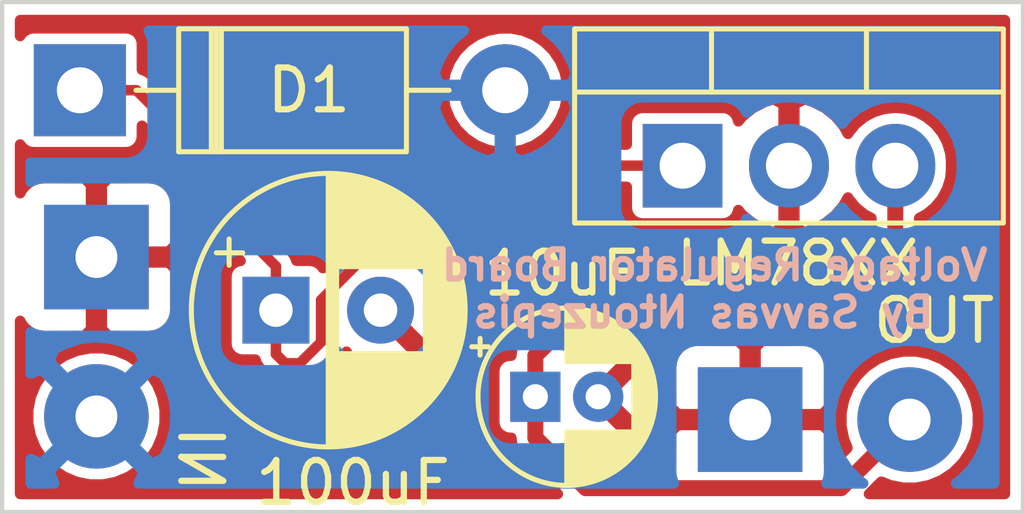
<source format=kicad_pcb>
(kicad_pcb (version 20171130) (host pcbnew "(5.1.5)-3")

  (general
    (thickness 1.6)
    (drawings 5)
    (tracks 23)
    (zones 0)
    (modules 6)
    (nets 5)
  )

  (page A4)
  (layers
    (0 F.Cu signal hide)
    (31 B.Cu signal hide)
    (32 B.Adhes user)
    (33 F.Adhes user)
    (34 B.Paste user)
    (35 F.Paste user)
    (36 B.SilkS user)
    (37 F.SilkS user)
    (38 B.Mask user)
    (39 F.Mask user)
    (40 Dwgs.User user)
    (41 Cmts.User user)
    (42 Eco1.User user)
    (43 Eco2.User user)
    (44 Edge.Cuts user)
    (45 Margin user)
    (46 B.CrtYd user)
    (47 F.CrtYd user)
    (48 B.Fab user)
    (49 F.Fab user hide)
  )

  (setup
    (last_trace_width 0.25)
    (user_trace_width 0.381)
    (trace_clearance 0.2)
    (zone_clearance 0.508)
    (zone_45_only no)
    (trace_min 0.2)
    (via_size 0.8)
    (via_drill 0.4)
    (via_min_size 0.4)
    (via_min_drill 0.3)
    (uvia_size 0.3)
    (uvia_drill 0.1)
    (uvias_allowed no)
    (uvia_min_size 0.2)
    (uvia_min_drill 0.1)
    (edge_width 0.1)
    (segment_width 0.2)
    (pcb_text_width 0.3)
    (pcb_text_size 1.5 1.5)
    (mod_edge_width 0.15)
    (mod_text_size 1 1)
    (mod_text_width 0.15)
    (pad_size 1.524 1.524)
    (pad_drill 0.762)
    (pad_to_mask_clearance 0)
    (aux_axis_origin 0 0)
    (grid_origin 126.9708 96.5456)
    (visible_elements FFFFFF7F)
    (pcbplotparams
      (layerselection 0x010fc_ffffffff)
      (usegerberextensions false)
      (usegerberattributes false)
      (usegerberadvancedattributes false)
      (creategerberjobfile false)
      (excludeedgelayer true)
      (linewidth 0.100000)
      (plotframeref false)
      (viasonmask false)
      (mode 1)
      (useauxorigin false)
      (hpglpennumber 1)
      (hpglpenspeed 20)
      (hpglpendiameter 15.000000)
      (psnegative false)
      (psa4output false)
      (plotreference true)
      (plotvalue true)
      (plotinvisibletext false)
      (padsonsilk false)
      (subtractmaskfromsilk false)
      (outputformat 1)
      (mirror false)
      (drillshape 1)
      (scaleselection 1)
      (outputdirectory ""))
  )

  (net 0 "")
  (net 1 "Net-(C1-Pad1)")
  (net 2 Earth)
  (net 3 +5V)
  (net 4 VCC)

  (net_class Default "This is the default net class."
    (clearance 0.2)
    (trace_width 0.25)
    (via_dia 0.8)
    (via_drill 0.4)
    (uvia_dia 0.3)
    (uvia_drill 0.1)
    (add_net +5V)
    (add_net Earth)
    (add_net "Net-(C1-Pad1)")
    (add_net VCC)
  )

  (module Capacitor_THT:CP_Radial_D6.3mm_P2.50mm (layer F.Cu) (tedit 5E53E19D) (tstamp 5E5435C9)
    (at 133.0033 103.4036)
    (descr "CP, Radial series, Radial, pin pitch=2.50mm, , diameter=6.3mm, Electrolytic Capacitor")
    (tags "CP Radial series Radial pin pitch 2.50mm  diameter 6.3mm Electrolytic Capacitor")
    (path /5E0822F5)
    (fp_text reference 100uF (at 1.8415 4.1275) (layer F.SilkS)
      (effects (font (size 1 1) (thickness 0.15)))
    )
    (fp_text value 100μF (at 1.25 4.4) (layer F.Fab)
      (effects (font (size 1 1) (thickness 0.15)))
    )
    (fp_circle (center 1.25 0) (end 4.4 0) (layer F.Fab) (width 0.1))
    (fp_circle (center 1.25 0) (end 4.52 0) (layer F.SilkS) (width 0.12))
    (fp_circle (center 1.25 0) (end 4.65 0) (layer F.CrtYd) (width 0.05))
    (fp_line (start -1.443972 -1.3735) (end -0.813972 -1.3735) (layer F.Fab) (width 0.1))
    (fp_line (start -1.128972 -1.6885) (end -1.128972 -1.0585) (layer F.Fab) (width 0.1))
    (fp_line (start 1.25 -3.23) (end 1.25 3.23) (layer F.SilkS) (width 0.12))
    (fp_line (start 1.29 -3.23) (end 1.29 3.23) (layer F.SilkS) (width 0.12))
    (fp_line (start 1.33 -3.23) (end 1.33 3.23) (layer F.SilkS) (width 0.12))
    (fp_line (start 1.37 -3.228) (end 1.37 3.228) (layer F.SilkS) (width 0.12))
    (fp_line (start 1.41 -3.227) (end 1.41 3.227) (layer F.SilkS) (width 0.12))
    (fp_line (start 1.45 -3.224) (end 1.45 3.224) (layer F.SilkS) (width 0.12))
    (fp_line (start 1.49 -3.222) (end 1.49 -1.04) (layer F.SilkS) (width 0.12))
    (fp_line (start 1.49 1.04) (end 1.49 3.222) (layer F.SilkS) (width 0.12))
    (fp_line (start 1.53 -3.218) (end 1.53 -1.04) (layer F.SilkS) (width 0.12))
    (fp_line (start 1.53 1.04) (end 1.53 3.218) (layer F.SilkS) (width 0.12))
    (fp_line (start 1.57 -3.215) (end 1.57 -1.04) (layer F.SilkS) (width 0.12))
    (fp_line (start 1.57 1.04) (end 1.57 3.215) (layer F.SilkS) (width 0.12))
    (fp_line (start 1.61 -3.211) (end 1.61 -1.04) (layer F.SilkS) (width 0.12))
    (fp_line (start 1.61 1.04) (end 1.61 3.211) (layer F.SilkS) (width 0.12))
    (fp_line (start 1.65 -3.206) (end 1.65 -1.04) (layer F.SilkS) (width 0.12))
    (fp_line (start 1.65 1.04) (end 1.65 3.206) (layer F.SilkS) (width 0.12))
    (fp_line (start 1.69 -3.201) (end 1.69 -1.04) (layer F.SilkS) (width 0.12))
    (fp_line (start 1.69 1.04) (end 1.69 3.201) (layer F.SilkS) (width 0.12))
    (fp_line (start 1.73 -3.195) (end 1.73 -1.04) (layer F.SilkS) (width 0.12))
    (fp_line (start 1.73 1.04) (end 1.73 3.195) (layer F.SilkS) (width 0.12))
    (fp_line (start 1.77 -3.189) (end 1.77 -1.04) (layer F.SilkS) (width 0.12))
    (fp_line (start 1.77 1.04) (end 1.77 3.189) (layer F.SilkS) (width 0.12))
    (fp_line (start 1.81 -3.182) (end 1.81 -1.04) (layer F.SilkS) (width 0.12))
    (fp_line (start 1.81 1.04) (end 1.81 3.182) (layer F.SilkS) (width 0.12))
    (fp_line (start 1.85 -3.175) (end 1.85 -1.04) (layer F.SilkS) (width 0.12))
    (fp_line (start 1.85 1.04) (end 1.85 3.175) (layer F.SilkS) (width 0.12))
    (fp_line (start 1.89 -3.167) (end 1.89 -1.04) (layer F.SilkS) (width 0.12))
    (fp_line (start 1.89 1.04) (end 1.89 3.167) (layer F.SilkS) (width 0.12))
    (fp_line (start 1.93 -3.159) (end 1.93 -1.04) (layer F.SilkS) (width 0.12))
    (fp_line (start 1.93 1.04) (end 1.93 3.159) (layer F.SilkS) (width 0.12))
    (fp_line (start 1.971 -3.15) (end 1.971 -1.04) (layer F.SilkS) (width 0.12))
    (fp_line (start 1.971 1.04) (end 1.971 3.15) (layer F.SilkS) (width 0.12))
    (fp_line (start 2.011 -3.141) (end 2.011 -1.04) (layer F.SilkS) (width 0.12))
    (fp_line (start 2.011 1.04) (end 2.011 3.141) (layer F.SilkS) (width 0.12))
    (fp_line (start 2.051 -3.131) (end 2.051 -1.04) (layer F.SilkS) (width 0.12))
    (fp_line (start 2.051 1.04) (end 2.051 3.131) (layer F.SilkS) (width 0.12))
    (fp_line (start 2.091 -3.121) (end 2.091 -1.04) (layer F.SilkS) (width 0.12))
    (fp_line (start 2.091 1.04) (end 2.091 3.121) (layer F.SilkS) (width 0.12))
    (fp_line (start 2.131 -3.11) (end 2.131 -1.04) (layer F.SilkS) (width 0.12))
    (fp_line (start 2.131 1.04) (end 2.131 3.11) (layer F.SilkS) (width 0.12))
    (fp_line (start 2.171 -3.098) (end 2.171 -1.04) (layer F.SilkS) (width 0.12))
    (fp_line (start 2.171 1.04) (end 2.171 3.098) (layer F.SilkS) (width 0.12))
    (fp_line (start 2.211 -3.086) (end 2.211 -1.04) (layer F.SilkS) (width 0.12))
    (fp_line (start 2.211 1.04) (end 2.211 3.086) (layer F.SilkS) (width 0.12))
    (fp_line (start 2.251 -3.074) (end 2.251 -1.04) (layer F.SilkS) (width 0.12))
    (fp_line (start 2.251 1.04) (end 2.251 3.074) (layer F.SilkS) (width 0.12))
    (fp_line (start 2.291 -3.061) (end 2.291 -1.04) (layer F.SilkS) (width 0.12))
    (fp_line (start 2.291 1.04) (end 2.291 3.061) (layer F.SilkS) (width 0.12))
    (fp_line (start 2.331 -3.047) (end 2.331 -1.04) (layer F.SilkS) (width 0.12))
    (fp_line (start 2.331 1.04) (end 2.331 3.047) (layer F.SilkS) (width 0.12))
    (fp_line (start 2.371 -3.033) (end 2.371 -1.04) (layer F.SilkS) (width 0.12))
    (fp_line (start 2.371 1.04) (end 2.371 3.033) (layer F.SilkS) (width 0.12))
    (fp_line (start 2.411 -3.018) (end 2.411 -1.04) (layer F.SilkS) (width 0.12))
    (fp_line (start 2.411 1.04) (end 2.411 3.018) (layer F.SilkS) (width 0.12))
    (fp_line (start 2.451 -3.002) (end 2.451 -1.04) (layer F.SilkS) (width 0.12))
    (fp_line (start 2.451 1.04) (end 2.451 3.002) (layer F.SilkS) (width 0.12))
    (fp_line (start 2.491 -2.986) (end 2.491 -1.04) (layer F.SilkS) (width 0.12))
    (fp_line (start 2.491 1.04) (end 2.491 2.986) (layer F.SilkS) (width 0.12))
    (fp_line (start 2.531 -2.97) (end 2.531 -1.04) (layer F.SilkS) (width 0.12))
    (fp_line (start 2.531 1.04) (end 2.531 2.97) (layer F.SilkS) (width 0.12))
    (fp_line (start 2.571 -2.952) (end 2.571 -1.04) (layer F.SilkS) (width 0.12))
    (fp_line (start 2.571 1.04) (end 2.571 2.952) (layer F.SilkS) (width 0.12))
    (fp_line (start 2.611 -2.934) (end 2.611 -1.04) (layer F.SilkS) (width 0.12))
    (fp_line (start 2.611 1.04) (end 2.611 2.934) (layer F.SilkS) (width 0.12))
    (fp_line (start 2.651 -2.916) (end 2.651 -1.04) (layer F.SilkS) (width 0.12))
    (fp_line (start 2.651 1.04) (end 2.651 2.916) (layer F.SilkS) (width 0.12))
    (fp_line (start 2.691 -2.896) (end 2.691 -1.04) (layer F.SilkS) (width 0.12))
    (fp_line (start 2.691 1.04) (end 2.691 2.896) (layer F.SilkS) (width 0.12))
    (fp_line (start 2.731 -2.876) (end 2.731 -1.04) (layer F.SilkS) (width 0.12))
    (fp_line (start 2.731 1.04) (end 2.731 2.876) (layer F.SilkS) (width 0.12))
    (fp_line (start 2.771 -2.856) (end 2.771 -1.04) (layer F.SilkS) (width 0.12))
    (fp_line (start 2.771 1.04) (end 2.771 2.856) (layer F.SilkS) (width 0.12))
    (fp_line (start 2.811 -2.834) (end 2.811 -1.04) (layer F.SilkS) (width 0.12))
    (fp_line (start 2.811 1.04) (end 2.811 2.834) (layer F.SilkS) (width 0.12))
    (fp_line (start 2.851 -2.812) (end 2.851 -1.04) (layer F.SilkS) (width 0.12))
    (fp_line (start 2.851 1.04) (end 2.851 2.812) (layer F.SilkS) (width 0.12))
    (fp_line (start 2.891 -2.79) (end 2.891 -1.04) (layer F.SilkS) (width 0.12))
    (fp_line (start 2.891 1.04) (end 2.891 2.79) (layer F.SilkS) (width 0.12))
    (fp_line (start 2.931 -2.766) (end 2.931 -1.04) (layer F.SilkS) (width 0.12))
    (fp_line (start 2.931 1.04) (end 2.931 2.766) (layer F.SilkS) (width 0.12))
    (fp_line (start 2.971 -2.742) (end 2.971 -1.04) (layer F.SilkS) (width 0.12))
    (fp_line (start 2.971 1.04) (end 2.971 2.742) (layer F.SilkS) (width 0.12))
    (fp_line (start 3.011 -2.716) (end 3.011 -1.04) (layer F.SilkS) (width 0.12))
    (fp_line (start 3.011 1.04) (end 3.011 2.716) (layer F.SilkS) (width 0.12))
    (fp_line (start 3.051 -2.69) (end 3.051 -1.04) (layer F.SilkS) (width 0.12))
    (fp_line (start 3.051 1.04) (end 3.051 2.69) (layer F.SilkS) (width 0.12))
    (fp_line (start 3.091 -2.664) (end 3.091 -1.04) (layer F.SilkS) (width 0.12))
    (fp_line (start 3.091 1.04) (end 3.091 2.664) (layer F.SilkS) (width 0.12))
    (fp_line (start 3.131 -2.636) (end 3.131 -1.04) (layer F.SilkS) (width 0.12))
    (fp_line (start 3.131 1.04) (end 3.131 2.636) (layer F.SilkS) (width 0.12))
    (fp_line (start 3.171 -2.607) (end 3.171 -1.04) (layer F.SilkS) (width 0.12))
    (fp_line (start 3.171 1.04) (end 3.171 2.607) (layer F.SilkS) (width 0.12))
    (fp_line (start 3.211 -2.578) (end 3.211 -1.04) (layer F.SilkS) (width 0.12))
    (fp_line (start 3.211 1.04) (end 3.211 2.578) (layer F.SilkS) (width 0.12))
    (fp_line (start 3.251 -2.548) (end 3.251 -1.04) (layer F.SilkS) (width 0.12))
    (fp_line (start 3.251 1.04) (end 3.251 2.548) (layer F.SilkS) (width 0.12))
    (fp_line (start 3.291 -2.516) (end 3.291 -1.04) (layer F.SilkS) (width 0.12))
    (fp_line (start 3.291 1.04) (end 3.291 2.516) (layer F.SilkS) (width 0.12))
    (fp_line (start 3.331 -2.484) (end 3.331 -1.04) (layer F.SilkS) (width 0.12))
    (fp_line (start 3.331 1.04) (end 3.331 2.484) (layer F.SilkS) (width 0.12))
    (fp_line (start 3.371 -2.45) (end 3.371 -1.04) (layer F.SilkS) (width 0.12))
    (fp_line (start 3.371 1.04) (end 3.371 2.45) (layer F.SilkS) (width 0.12))
    (fp_line (start 3.411 -2.416) (end 3.411 -1.04) (layer F.SilkS) (width 0.12))
    (fp_line (start 3.411 1.04) (end 3.411 2.416) (layer F.SilkS) (width 0.12))
    (fp_line (start 3.451 -2.38) (end 3.451 -1.04) (layer F.SilkS) (width 0.12))
    (fp_line (start 3.451 1.04) (end 3.451 2.38) (layer F.SilkS) (width 0.12))
    (fp_line (start 3.491 -2.343) (end 3.491 -1.04) (layer F.SilkS) (width 0.12))
    (fp_line (start 3.491 1.04) (end 3.491 2.343) (layer F.SilkS) (width 0.12))
    (fp_line (start 3.531 -2.305) (end 3.531 -1.04) (layer F.SilkS) (width 0.12))
    (fp_line (start 3.531 1.04) (end 3.531 2.305) (layer F.SilkS) (width 0.12))
    (fp_line (start 3.571 -2.265) (end 3.571 2.265) (layer F.SilkS) (width 0.12))
    (fp_line (start 3.611 -2.224) (end 3.611 2.224) (layer F.SilkS) (width 0.12))
    (fp_line (start 3.651 -2.182) (end 3.651 2.182) (layer F.SilkS) (width 0.12))
    (fp_line (start 3.691 -2.137) (end 3.691 2.137) (layer F.SilkS) (width 0.12))
    (fp_line (start 3.731 -2.092) (end 3.731 2.092) (layer F.SilkS) (width 0.12))
    (fp_line (start 3.771 -2.044) (end 3.771 2.044) (layer F.SilkS) (width 0.12))
    (fp_line (start 3.811 -1.995) (end 3.811 1.995) (layer F.SilkS) (width 0.12))
    (fp_line (start 3.851 -1.944) (end 3.851 1.944) (layer F.SilkS) (width 0.12))
    (fp_line (start 3.891 -1.89) (end 3.891 1.89) (layer F.SilkS) (width 0.12))
    (fp_line (start 3.931 -1.834) (end 3.931 1.834) (layer F.SilkS) (width 0.12))
    (fp_line (start 3.971 -1.776) (end 3.971 1.776) (layer F.SilkS) (width 0.12))
    (fp_line (start 4.011 -1.714) (end 4.011 1.714) (layer F.SilkS) (width 0.12))
    (fp_line (start 4.051 -1.65) (end 4.051 1.65) (layer F.SilkS) (width 0.12))
    (fp_line (start 4.091 -1.581) (end 4.091 1.581) (layer F.SilkS) (width 0.12))
    (fp_line (start 4.131 -1.509) (end 4.131 1.509) (layer F.SilkS) (width 0.12))
    (fp_line (start 4.171 -1.432) (end 4.171 1.432) (layer F.SilkS) (width 0.12))
    (fp_line (start 4.211 -1.35) (end 4.211 1.35) (layer F.SilkS) (width 0.12))
    (fp_line (start 4.251 -1.262) (end 4.251 1.262) (layer F.SilkS) (width 0.12))
    (fp_line (start 4.291 -1.165) (end 4.291 1.165) (layer F.SilkS) (width 0.12))
    (fp_line (start 4.331 -1.059) (end 4.331 1.059) (layer F.SilkS) (width 0.12))
    (fp_line (start 4.371 -0.94) (end 4.371 0.94) (layer F.SilkS) (width 0.12))
    (fp_line (start 4.411 -0.802) (end 4.411 0.802) (layer F.SilkS) (width 0.12))
    (fp_line (start 4.451 -0.633) (end 4.451 0.633) (layer F.SilkS) (width 0.12))
    (fp_line (start 4.491 -0.402) (end 4.491 0.402) (layer F.SilkS) (width 0.12))
    (fp_line (start -1.4224 -1.3716) (end -0.7924 -1.3716) (layer F.SilkS) (width 0.12))
    (fp_line (start -1.1176 -1.7018) (end -1.1176 -1.0718) (layer F.SilkS) (width 0.12))
    (fp_text user %R (at 1.25 0) (layer F.Fab)
      (effects (font (size 1 1) (thickness 0.15)))
    )
    (pad 1 thru_hole rect (at 0 0) (size 1.6 1.6) (drill 0.8) (layers *.Cu *.Mask)
      (net 1 "Net-(C1-Pad1)"))
    (pad 2 thru_hole circle (at 2.5 0) (size 1.6 1.6) (drill 0.8) (layers *.Cu *.Mask)
      (net 2 Earth))
    (model ${KISYS3DMOD}/Capacitor_THT.3dshapes/CP_Radial_D6.3mm_P2.50mm.wrl
      (at (xyz 0 0 0))
      (scale (xyz 1 1 1))
      (rotate (xyz 0 0 0))
    )
  )

  (module Connector_Wire:SolderWirePad_1x02_P3.81mm_Drill1mm (layer F.Cu) (tedit 5AEE5F04) (tstamp 5E545399)
    (at 144.3317 106.0198)
    (descr "Wire solder connection")
    (tags connector)
    (path /5E54DB7C)
    (attr virtual)
    (fp_text reference OUT (at 4.3942 -2.3622) (layer F.SilkS)
      (effects (font (size 1 1) (thickness 0.15)))
    )
    (fp_text value Output (at 1.905 3.81) (layer F.Fab)
      (effects (font (size 1 1) (thickness 0.15)))
    )
    (fp_line (start 5.56 1.75) (end -1.74 1.75) (layer F.CrtYd) (width 0.05))
    (fp_line (start 5.56 1.75) (end 5.56 -1.75) (layer F.CrtYd) (width 0.05))
    (fp_line (start -1.74 -1.75) (end -1.74 1.75) (layer F.CrtYd) (width 0.05))
    (fp_line (start -1.74 -1.75) (end 5.56 -1.75) (layer F.CrtYd) (width 0.05))
    (fp_text user %R (at 1.905 0) (layer F.Fab)
      (effects (font (size 1 1) (thickness 0.15)))
    )
    (pad 2 thru_hole circle (at 3.81 0) (size 2.49936 2.49936) (drill 1.00076) (layers *.Cu *.Mask)
      (net 3 +5V))
    (pad 1 thru_hole rect (at 0 0) (size 2.49936 2.49936) (drill 1.00076) (layers *.Cu *.Mask)
      (net 2 Earth))
  )

  (module Connector_Wire:SolderWirePad_1x02_P3.81mm_Drill1mm (layer F.Cu) (tedit 5AEE5F04) (tstamp 5E54538E)
    (at 128.71578 102.1336 270)
    (descr "Wire solder connection")
    (tags connector)
    (path /5E54CCC9)
    (attr virtual)
    (fp_text reference IN (at 4.826 -2.57302 90) (layer F.SilkS)
      (effects (font (size 1 1) (thickness 0.15)) (justify mirror))
    )
    (fp_text value Input (at 1.905 3.81 90) (layer F.Fab)
      (effects (font (size 1 1) (thickness 0.15)))
    )
    (fp_line (start 5.56 1.75) (end -1.74 1.75) (layer F.CrtYd) (width 0.05))
    (fp_line (start 5.56 1.75) (end 5.56 -1.75) (layer F.CrtYd) (width 0.05))
    (fp_line (start -1.74 -1.75) (end -1.74 1.75) (layer F.CrtYd) (width 0.05))
    (fp_line (start -1.74 -1.75) (end 5.56 -1.75) (layer F.CrtYd) (width 0.05))
    (fp_text user %R (at 1.905 0 90) (layer F.Fab)
      (effects (font (size 1 1) (thickness 0.15)))
    )
    (pad 2 thru_hole circle (at 3.81 0 270) (size 2.49936 2.49936) (drill 1.00076) (layers *.Cu *.Mask)
      (net 4 VCC))
    (pad 1 thru_hole rect (at 0 0 270) (size 2.49936 2.49936) (drill 1.00076) (layers *.Cu *.Mask)
      (net 2 Earth))
  )

  (module Diode_THT:D_DO-41_SOD81_P10.16mm_Horizontal (layer F.Cu) (tedit 5AE50CD5) (tstamp 5E54366B)
    (at 128.3208 98.1456)
    (descr "Diode, DO-41_SOD81 series, Axial, Horizontal, pin pitch=10.16mm, , length*diameter=5.2*2.7mm^2, , http://www.diodes.com/_files/packages/DO-41%20(Plastic).pdf")
    (tags "Diode DO-41_SOD81 series Axial Horizontal pin pitch 10.16mm  length 5.2mm diameter 2.7mm")
    (path /5E0803BC)
    (fp_text reference D1 (at 5.4699 0.0002) (layer F.SilkS)
      (effects (font (size 1 1) (thickness 0.15)))
    )
    (fp_text value 1N4002 (at 5.08 2.47) (layer F.Fab)
      (effects (font (size 1 1) (thickness 0.15)))
    )
    (fp_line (start 2.48 -1.35) (end 2.48 1.35) (layer F.Fab) (width 0.1))
    (fp_line (start 2.48 1.35) (end 7.68 1.35) (layer F.Fab) (width 0.1))
    (fp_line (start 7.68 1.35) (end 7.68 -1.35) (layer F.Fab) (width 0.1))
    (fp_line (start 7.68 -1.35) (end 2.48 -1.35) (layer F.Fab) (width 0.1))
    (fp_line (start 0 0) (end 2.48 0) (layer F.Fab) (width 0.1))
    (fp_line (start 10.16 0) (end 7.68 0) (layer F.Fab) (width 0.1))
    (fp_line (start 3.26 -1.35) (end 3.26 1.35) (layer F.Fab) (width 0.1))
    (fp_line (start 3.36 -1.35) (end 3.36 1.35) (layer F.Fab) (width 0.1))
    (fp_line (start 3.16 -1.35) (end 3.16 1.35) (layer F.Fab) (width 0.1))
    (fp_line (start 2.36 -1.47) (end 2.36 1.47) (layer F.SilkS) (width 0.12))
    (fp_line (start 2.36 1.47) (end 7.8 1.47) (layer F.SilkS) (width 0.12))
    (fp_line (start 7.8 1.47) (end 7.8 -1.47) (layer F.SilkS) (width 0.12))
    (fp_line (start 7.8 -1.47) (end 2.36 -1.47) (layer F.SilkS) (width 0.12))
    (fp_line (start 1.34 0) (end 2.36 0) (layer F.SilkS) (width 0.12))
    (fp_line (start 8.82 0) (end 7.8 0) (layer F.SilkS) (width 0.12))
    (fp_line (start 3.26 -1.47) (end 3.26 1.47) (layer F.SilkS) (width 0.12))
    (fp_line (start 3.38 -1.47) (end 3.38 1.47) (layer F.SilkS) (width 0.12))
    (fp_line (start 3.14 -1.47) (end 3.14 1.47) (layer F.SilkS) (width 0.12))
    (fp_line (start -1.35 -1.6) (end -1.35 1.6) (layer F.CrtYd) (width 0.05))
    (fp_line (start -1.35 1.6) (end 11.51 1.6) (layer F.CrtYd) (width 0.05))
    (fp_line (start 11.51 1.6) (end 11.51 -1.6) (layer F.CrtYd) (width 0.05))
    (fp_line (start 11.51 -1.6) (end -1.35 -1.6) (layer F.CrtYd) (width 0.05))
    (fp_text user %R (at 5.47 0) (layer F.Fab)
      (effects (font (size 1 1) (thickness 0.15)))
    )
    (fp_text user K (at 0 -2.1) (layer F.Fab)
      (effects (font (size 1 1) (thickness 0.15)))
    )
    (fp_text user K (at 0 -2.1) (layer F.SilkS) hide
      (effects (font (size 1 1) (thickness 0.15)))
    )
    (pad 1 thru_hole rect (at 0 0) (size 2.2 2.2) (drill 1.1) (layers *.Cu *.Mask)
      (net 1 "Net-(C1-Pad1)"))
    (pad 2 thru_hole oval (at 10.16 0) (size 2.2 2.2) (drill 1.1) (layers *.Cu *.Mask)
      (net 4 VCC))
    (model ${KISYS3DMOD}/Diode_THT.3dshapes/D_DO-41_SOD81_P10.16mm_Horizontal.wrl
      (at (xyz 0 0 0))
      (scale (xyz 1 1 1))
      (rotate (xyz 0 0 0))
    )
  )

  (module Package_TO_SOT_THT:TO-220-3_Vertical (layer F.Cu) (tedit 5AC8BA0D) (tstamp 5E5436DD)
    (at 142.7188 99.9492)
    (descr "TO-220-3, Vertical, RM 2.54mm, see https://www.vishay.com/docs/66542/to-220-1.pdf")
    (tags "TO-220-3 Vertical RM 2.54mm")
    (path /5E080102)
    (fp_text reference LM78XX (at 2.7432 2.3368) (layer F.SilkS)
      (effects (font (size 1 1) (thickness 0.15)))
    )
    (fp_text value LM7805_TO220 (at 2.54 2.5) (layer F.Fab)
      (effects (font (size 1 1) (thickness 0.15)))
    )
    (fp_line (start -2.46 -3.15) (end -2.46 1.25) (layer F.Fab) (width 0.1))
    (fp_line (start -2.46 1.25) (end 7.54 1.25) (layer F.Fab) (width 0.1))
    (fp_line (start 7.54 1.25) (end 7.54 -3.15) (layer F.Fab) (width 0.1))
    (fp_line (start 7.54 -3.15) (end -2.46 -3.15) (layer F.Fab) (width 0.1))
    (fp_line (start -2.46 -1.88) (end 7.54 -1.88) (layer F.Fab) (width 0.1))
    (fp_line (start 0.69 -3.15) (end 0.69 -1.88) (layer F.Fab) (width 0.1))
    (fp_line (start 4.39 -3.15) (end 4.39 -1.88) (layer F.Fab) (width 0.1))
    (fp_line (start -2.58 -3.27) (end 7.66 -3.27) (layer F.SilkS) (width 0.12))
    (fp_line (start -2.58 1.371) (end 7.66 1.371) (layer F.SilkS) (width 0.12))
    (fp_line (start -2.58 -3.27) (end -2.58 1.371) (layer F.SilkS) (width 0.12))
    (fp_line (start 7.66 -3.27) (end 7.66 1.371) (layer F.SilkS) (width 0.12))
    (fp_line (start -2.58 -1.76) (end 7.66 -1.76) (layer F.SilkS) (width 0.12))
    (fp_line (start 0.69 -3.27) (end 0.69 -1.76) (layer F.SilkS) (width 0.12))
    (fp_line (start 4.391 -3.27) (end 4.391 -1.76) (layer F.SilkS) (width 0.12))
    (fp_line (start -2.71 -3.4) (end -2.71 1.51) (layer F.CrtYd) (width 0.05))
    (fp_line (start -2.71 1.51) (end 7.79 1.51) (layer F.CrtYd) (width 0.05))
    (fp_line (start 7.79 1.51) (end 7.79 -3.4) (layer F.CrtYd) (width 0.05))
    (fp_line (start 7.79 -3.4) (end -2.71 -3.4) (layer F.CrtYd) (width 0.05))
    (fp_text user %R (at 2.54 -4.27) (layer F.Fab)
      (effects (font (size 1 1) (thickness 0.15)))
    )
    (pad 1 thru_hole rect (at 0 0) (size 1.905 2) (drill 1.1) (layers *.Cu *.Mask)
      (net 1 "Net-(C1-Pad1)"))
    (pad 2 thru_hole oval (at 2.54 0) (size 1.905 2) (drill 1.1) (layers *.Cu *.Mask)
      (net 2 Earth))
    (pad 3 thru_hole oval (at 5.08 0) (size 1.905 2) (drill 1.1) (layers *.Cu *.Mask)
      (net 3 +5V))
    (model ${KISYS3DMOD}/Package_TO_SOT_THT.3dshapes/TO-220-3_Vertical.wrl
      (at (xyz 0 0 0))
      (scale (xyz 1 1 1))
      (rotate (xyz 0 0 0))
    )
  )

  (module Capacitor_THT:CP_Radial_D4.0mm_P1.50mm (layer F.Cu) (tedit 5AE50EF0) (tstamp 5E5496C3)
    (at 139.2009 105.4737)
    (descr "CP, Radial series, Radial, pin pitch=1.50mm, , diameter=4mm, Electrolytic Capacitor")
    (tags "CP Radial series Radial pin pitch 1.50mm  diameter 4mm Electrolytic Capacitor")
    (path /5E0828F7)
    (fp_text reference 10uF (at 0.6223 -2.9464) (layer F.SilkS)
      (effects (font (size 1 1) (thickness 0.15)))
    )
    (fp_text value 10μF (at 0.75 3.25) (layer F.Fab)
      (effects (font (size 1 1) (thickness 0.15)))
    )
    (fp_circle (center 0.75 0) (end 2.75 0) (layer F.Fab) (width 0.1))
    (fp_circle (center 0.75 0) (end 2.87 0) (layer F.SilkS) (width 0.12))
    (fp_circle (center 0.75 0) (end 3 0) (layer F.CrtYd) (width 0.05))
    (fp_line (start -0.952554 -0.8675) (end -0.552554 -0.8675) (layer F.Fab) (width 0.1))
    (fp_line (start -0.752554 -1.0675) (end -0.752554 -0.6675) (layer F.Fab) (width 0.1))
    (fp_line (start 0.75 0.84) (end 0.75 2.08) (layer F.SilkS) (width 0.12))
    (fp_line (start 0.75 -2.08) (end 0.75 -0.84) (layer F.SilkS) (width 0.12))
    (fp_line (start 0.79 0.84) (end 0.79 2.08) (layer F.SilkS) (width 0.12))
    (fp_line (start 0.79 -2.08) (end 0.79 -0.84) (layer F.SilkS) (width 0.12))
    (fp_line (start 0.83 0.84) (end 0.83 2.079) (layer F.SilkS) (width 0.12))
    (fp_line (start 0.83 -2.079) (end 0.83 -0.84) (layer F.SilkS) (width 0.12))
    (fp_line (start 0.87 -2.077) (end 0.87 -0.84) (layer F.SilkS) (width 0.12))
    (fp_line (start 0.87 0.84) (end 0.87 2.077) (layer F.SilkS) (width 0.12))
    (fp_line (start 0.91 -2.074) (end 0.91 -0.84) (layer F.SilkS) (width 0.12))
    (fp_line (start 0.91 0.84) (end 0.91 2.074) (layer F.SilkS) (width 0.12))
    (fp_line (start 0.95 -2.071) (end 0.95 -0.84) (layer F.SilkS) (width 0.12))
    (fp_line (start 0.95 0.84) (end 0.95 2.071) (layer F.SilkS) (width 0.12))
    (fp_line (start 0.99 -2.067) (end 0.99 -0.84) (layer F.SilkS) (width 0.12))
    (fp_line (start 0.99 0.84) (end 0.99 2.067) (layer F.SilkS) (width 0.12))
    (fp_line (start 1.03 -2.062) (end 1.03 -0.84) (layer F.SilkS) (width 0.12))
    (fp_line (start 1.03 0.84) (end 1.03 2.062) (layer F.SilkS) (width 0.12))
    (fp_line (start 1.07 -2.056) (end 1.07 -0.84) (layer F.SilkS) (width 0.12))
    (fp_line (start 1.07 0.84) (end 1.07 2.056) (layer F.SilkS) (width 0.12))
    (fp_line (start 1.11 -2.05) (end 1.11 -0.84) (layer F.SilkS) (width 0.12))
    (fp_line (start 1.11 0.84) (end 1.11 2.05) (layer F.SilkS) (width 0.12))
    (fp_line (start 1.15 -2.042) (end 1.15 -0.84) (layer F.SilkS) (width 0.12))
    (fp_line (start 1.15 0.84) (end 1.15 2.042) (layer F.SilkS) (width 0.12))
    (fp_line (start 1.19 -2.034) (end 1.19 -0.84) (layer F.SilkS) (width 0.12))
    (fp_line (start 1.19 0.84) (end 1.19 2.034) (layer F.SilkS) (width 0.12))
    (fp_line (start 1.23 -2.025) (end 1.23 -0.84) (layer F.SilkS) (width 0.12))
    (fp_line (start 1.23 0.84) (end 1.23 2.025) (layer F.SilkS) (width 0.12))
    (fp_line (start 1.27 -2.016) (end 1.27 -0.84) (layer F.SilkS) (width 0.12))
    (fp_line (start 1.27 0.84) (end 1.27 2.016) (layer F.SilkS) (width 0.12))
    (fp_line (start 1.31 -2.005) (end 1.31 -0.84) (layer F.SilkS) (width 0.12))
    (fp_line (start 1.31 0.84) (end 1.31 2.005) (layer F.SilkS) (width 0.12))
    (fp_line (start 1.35 -1.994) (end 1.35 -0.84) (layer F.SilkS) (width 0.12))
    (fp_line (start 1.35 0.84) (end 1.35 1.994) (layer F.SilkS) (width 0.12))
    (fp_line (start 1.39 -1.982) (end 1.39 -0.84) (layer F.SilkS) (width 0.12))
    (fp_line (start 1.39 0.84) (end 1.39 1.982) (layer F.SilkS) (width 0.12))
    (fp_line (start 1.43 -1.968) (end 1.43 -0.84) (layer F.SilkS) (width 0.12))
    (fp_line (start 1.43 0.84) (end 1.43 1.968) (layer F.SilkS) (width 0.12))
    (fp_line (start 1.471 -1.954) (end 1.471 -0.84) (layer F.SilkS) (width 0.12))
    (fp_line (start 1.471 0.84) (end 1.471 1.954) (layer F.SilkS) (width 0.12))
    (fp_line (start 1.511 -1.94) (end 1.511 -0.84) (layer F.SilkS) (width 0.12))
    (fp_line (start 1.511 0.84) (end 1.511 1.94) (layer F.SilkS) (width 0.12))
    (fp_line (start 1.551 -1.924) (end 1.551 -0.84) (layer F.SilkS) (width 0.12))
    (fp_line (start 1.551 0.84) (end 1.551 1.924) (layer F.SilkS) (width 0.12))
    (fp_line (start 1.591 -1.907) (end 1.591 -0.84) (layer F.SilkS) (width 0.12))
    (fp_line (start 1.591 0.84) (end 1.591 1.907) (layer F.SilkS) (width 0.12))
    (fp_line (start 1.631 -1.889) (end 1.631 -0.84) (layer F.SilkS) (width 0.12))
    (fp_line (start 1.631 0.84) (end 1.631 1.889) (layer F.SilkS) (width 0.12))
    (fp_line (start 1.671 -1.87) (end 1.671 -0.84) (layer F.SilkS) (width 0.12))
    (fp_line (start 1.671 0.84) (end 1.671 1.87) (layer F.SilkS) (width 0.12))
    (fp_line (start 1.711 -1.851) (end 1.711 -0.84) (layer F.SilkS) (width 0.12))
    (fp_line (start 1.711 0.84) (end 1.711 1.851) (layer F.SilkS) (width 0.12))
    (fp_line (start 1.751 -1.83) (end 1.751 -0.84) (layer F.SilkS) (width 0.12))
    (fp_line (start 1.751 0.84) (end 1.751 1.83) (layer F.SilkS) (width 0.12))
    (fp_line (start 1.791 -1.808) (end 1.791 -0.84) (layer F.SilkS) (width 0.12))
    (fp_line (start 1.791 0.84) (end 1.791 1.808) (layer F.SilkS) (width 0.12))
    (fp_line (start 1.831 -1.785) (end 1.831 -0.84) (layer F.SilkS) (width 0.12))
    (fp_line (start 1.831 0.84) (end 1.831 1.785) (layer F.SilkS) (width 0.12))
    (fp_line (start 1.871 -1.76) (end 1.871 -0.84) (layer F.SilkS) (width 0.12))
    (fp_line (start 1.871 0.84) (end 1.871 1.76) (layer F.SilkS) (width 0.12))
    (fp_line (start 1.911 -1.735) (end 1.911 -0.84) (layer F.SilkS) (width 0.12))
    (fp_line (start 1.911 0.84) (end 1.911 1.735) (layer F.SilkS) (width 0.12))
    (fp_line (start 1.951 -1.708) (end 1.951 -0.84) (layer F.SilkS) (width 0.12))
    (fp_line (start 1.951 0.84) (end 1.951 1.708) (layer F.SilkS) (width 0.12))
    (fp_line (start 1.991 -1.68) (end 1.991 -0.84) (layer F.SilkS) (width 0.12))
    (fp_line (start 1.991 0.84) (end 1.991 1.68) (layer F.SilkS) (width 0.12))
    (fp_line (start 2.031 -1.65) (end 2.031 -0.84) (layer F.SilkS) (width 0.12))
    (fp_line (start 2.031 0.84) (end 2.031 1.65) (layer F.SilkS) (width 0.12))
    (fp_line (start 2.071 -1.619) (end 2.071 -0.84) (layer F.SilkS) (width 0.12))
    (fp_line (start 2.071 0.84) (end 2.071 1.619) (layer F.SilkS) (width 0.12))
    (fp_line (start 2.111 -1.587) (end 2.111 -0.84) (layer F.SilkS) (width 0.12))
    (fp_line (start 2.111 0.84) (end 2.111 1.587) (layer F.SilkS) (width 0.12))
    (fp_line (start 2.151 -1.552) (end 2.151 -0.84) (layer F.SilkS) (width 0.12))
    (fp_line (start 2.151 0.84) (end 2.151 1.552) (layer F.SilkS) (width 0.12))
    (fp_line (start 2.191 -1.516) (end 2.191 -0.84) (layer F.SilkS) (width 0.12))
    (fp_line (start 2.191 0.84) (end 2.191 1.516) (layer F.SilkS) (width 0.12))
    (fp_line (start 2.231 -1.478) (end 2.231 -0.84) (layer F.SilkS) (width 0.12))
    (fp_line (start 2.231 0.84) (end 2.231 1.478) (layer F.SilkS) (width 0.12))
    (fp_line (start 2.271 -1.438) (end 2.271 -0.84) (layer F.SilkS) (width 0.12))
    (fp_line (start 2.271 0.84) (end 2.271 1.438) (layer F.SilkS) (width 0.12))
    (fp_line (start 2.311 -1.396) (end 2.311 -0.84) (layer F.SilkS) (width 0.12))
    (fp_line (start 2.311 0.84) (end 2.311 1.396) (layer F.SilkS) (width 0.12))
    (fp_line (start 2.351 -1.351) (end 2.351 1.351) (layer F.SilkS) (width 0.12))
    (fp_line (start 2.391 -1.304) (end 2.391 1.304) (layer F.SilkS) (width 0.12))
    (fp_line (start 2.431 -1.254) (end 2.431 1.254) (layer F.SilkS) (width 0.12))
    (fp_line (start 2.471 -1.2) (end 2.471 1.2) (layer F.SilkS) (width 0.12))
    (fp_line (start 2.511 -1.142) (end 2.511 1.142) (layer F.SilkS) (width 0.12))
    (fp_line (start 2.551 -1.08) (end 2.551 1.08) (layer F.SilkS) (width 0.12))
    (fp_line (start 2.591 -1.013) (end 2.591 1.013) (layer F.SilkS) (width 0.12))
    (fp_line (start 2.631 -0.94) (end 2.631 0.94) (layer F.SilkS) (width 0.12))
    (fp_line (start 2.671 -0.859) (end 2.671 0.859) (layer F.SilkS) (width 0.12))
    (fp_line (start 2.711 -0.768) (end 2.711 0.768) (layer F.SilkS) (width 0.12))
    (fp_line (start 2.751 -0.664) (end 2.751 0.664) (layer F.SilkS) (width 0.12))
    (fp_line (start 2.791 -0.537) (end 2.791 0.537) (layer F.SilkS) (width 0.12))
    (fp_line (start 2.831 -0.37) (end 2.831 0.37) (layer F.SilkS) (width 0.12))
    (fp_line (start -1.519801 -1.195) (end -1.119801 -1.195) (layer F.SilkS) (width 0.12))
    (fp_line (start -1.319801 -1.395) (end -1.319801 -0.995) (layer F.SilkS) (width 0.12))
    (fp_text user %R (at 0.75 0) (layer F.Fab)
      (effects (font (size 0.8 0.8) (thickness 0.12)))
    )
    (pad 1 thru_hole rect (at 0 0) (size 1.2 1.2) (drill 0.6) (layers *.Cu *.Mask)
      (net 3 +5V))
    (pad 2 thru_hole circle (at 1.5 0) (size 1.2 1.2) (drill 0.6) (layers *.Cu *.Mask)
      (net 2 Earth))
    (model ${KISYS3DMOD}/Capacitor_THT.3dshapes/CP_Radial_D4.0mm_P1.50mm.wrl
      (at (xyz 0 0 0))
      (scale (xyz 1 1 1))
      (rotate (xyz 0 0 0))
    )
  )

  (gr_text "Voltage Regulator Board\n By Savvas Ntouzepis" (at 143.4808 102.8956) (layer B.SilkS)
    (effects (font (size 0.7 0.7) (thickness 0.15)) (justify mirror))
  )
  (gr_line (start 126.4628 108.2296) (end 126.4628 96.0376) (layer Edge.Cuts) (width 0.1) (tstamp 5E545D3C))
  (gr_line (start 150.8468 108.2296) (end 126.4628 108.2296) (layer Edge.Cuts) (width 0.1))
  (gr_line (start 150.8468 96.0376) (end 150.8468 108.2296) (layer Edge.Cuts) (width 0.1))
  (gr_line (start 126.4628 96.0376) (end 150.8468 96.0376) (layer Edge.Cuts) (width 0.1))

  (segment (start 128.3208 98.1456) (end 129.6708 98.1456) (width 0.25) (layer F.Cu) (net 1))
  (segment (start 133.0033 102.3536) (end 133.0033 103.4036) (width 0.25) (layer F.Cu) (net 1))
  (segment (start 132.2753 101.6256) (end 133.0033 102.3536) (width 0.25) (layer F.Cu) (net 1))
  (segment (start 139.3152 99.9492) (end 136.985801 102.278599) (width 0.25) (layer F.Cu) (net 1))
  (segment (start 134.963299 102.278599) (end 134.0828 103.159098) (width 0.25) (layer F.Cu) (net 1))
  (segment (start 136.985801 102.278599) (end 134.963299 102.278599) (width 0.25) (layer F.Cu) (net 1))
  (segment (start 134.0828 103.159098) (end 134.0828 104.1656) (width 0.25) (layer F.Cu) (net 1))
  (segment (start 134.0828 104.1656) (end 133.5748 104.6736) (width 0.25) (layer F.Cu) (net 1))
  (segment (start 133.2233 104.6736) (end 133.0033 104.4536) (width 0.25) (layer F.Cu) (net 1))
  (segment (start 133.0033 104.4536) (end 133.0033 103.4036) (width 0.25) (layer F.Cu) (net 1))
  (segment (start 133.5748 104.6736) (end 133.2233 104.6736) (width 0.25) (layer F.Cu) (net 1))
  (segment (start 132.2753 100.7501) (end 129.6708 98.1456) (width 0.25) (layer F.Cu) (net 1))
  (segment (start 132.2753 101.6256) (end 132.2753 100.7501) (width 0.25) (layer F.Cu) (net 1))
  (segment (start 139.3152 99.9492) (end 142.7188 99.9492) (width 0.25) (layer F.Cu) (net 1))
  (segment (start 139.2009 104.4927) (end 139.2009 105.4737) (width 0.381) (layer F.Cu) (net 3))
  (segment (start 140.544 103.1496) (end 139.2009 104.4927) (width 0.381) (layer F.Cu) (net 3))
  (segment (start 146.843 103.1496) (end 140.544 103.1496) (width 0.381) (layer F.Cu) (net 3))
  (segment (start 147.7988 99.9492) (end 147.7988 102.1938) (width 0.381) (layer F.Cu) (net 3))
  (segment (start 147.7988 102.1938) (end 146.843 103.1496) (width 0.381) (layer F.Cu) (net 3))
  (segment (start 140.406181 107.659981) (end 139.2009 106.4547) (width 0.381) (layer F.Cu) (net 3))
  (segment (start 139.2009 106.4547) (end 139.2009 105.4737) (width 0.381) (layer F.Cu) (net 3))
  (segment (start 148.1417 106.0198) (end 146.501519 107.659981) (width 0.381) (layer F.Cu) (net 3))
  (segment (start 146.501519 107.659981) (end 140.406181 107.659981) (width 0.381) (layer F.Cu) (net 3))

  (zone (net 2) (net_name Earth) (layer F.Cu) (tstamp 5E5487C1) (hatch edge 0.508)
    (connect_pads (clearance 0.254))
    (min_thickness 0.254)
    (fill yes (arc_segments 32) (thermal_gap 0.508) (thermal_bridge_width 0.508))
    (polygon
      (pts
        (xy 152.3708 108.7376) (xy 125.9548 108.7376) (xy 125.9548 95.5296) (xy 152.3708 95.5296)
      )
    )
    (filled_polygon
      (pts
        (xy 150.415801 107.7986) (xy 147.171122 107.7986) (xy 147.465131 107.504591) (xy 147.666048 107.587814) (xy 147.981092 107.65048)
        (xy 148.302308 107.65048) (xy 148.617352 107.587814) (xy 148.914117 107.46489) (xy 149.181198 107.286432) (xy 149.408332 107.059298)
        (xy 149.58679 106.792217) (xy 149.709714 106.495452) (xy 149.77238 106.180408) (xy 149.77238 105.859192) (xy 149.709714 105.544148)
        (xy 149.58679 105.247383) (xy 149.408332 104.980302) (xy 149.181198 104.753168) (xy 148.914117 104.57471) (xy 148.617352 104.451786)
        (xy 148.302308 104.38912) (xy 147.981092 104.38912) (xy 147.666048 104.451786) (xy 147.369283 104.57471) (xy 147.102202 104.753168)
        (xy 146.875068 104.980302) (xy 146.69661 105.247383) (xy 146.573686 105.544148) (xy 146.51102 105.859192) (xy 146.51102 106.180408)
        (xy 146.573686 106.495452) (xy 146.656909 106.696369) (xy 146.264797 107.088481) (xy 146.218875 107.088481) (xy 146.21638 106.30555)
        (xy 146.05763 106.1468) (xy 144.4587 106.1468) (xy 144.4587 106.1668) (xy 144.2047 106.1668) (xy 144.2047 106.1468)
        (xy 142.60577 106.1468) (xy 142.44702 106.30555) (xy 142.444525 107.088481) (xy 140.642905 107.088481) (xy 140.121085 106.566662)
        (xy 140.299416 106.647937) (xy 140.536213 106.7037) (xy 140.779338 106.712195) (xy 141.019449 106.673095) (xy 141.247318 106.587902)
        (xy 141.323752 106.547048) (xy 141.371059 106.323464) (xy 140.7009 105.653305) (xy 140.686758 105.667448) (xy 140.507153 105.487843)
        (xy 140.521295 105.4737) (xy 140.880505 105.4737) (xy 141.550664 106.143859) (xy 141.774248 106.096552) (xy 141.875137 105.875184)
        (xy 141.9309 105.638387) (xy 141.939395 105.395262) (xy 141.900295 105.155151) (xy 141.815102 104.927282) (xy 141.774248 104.850848)
        (xy 141.550664 104.803541) (xy 140.880505 105.4737) (xy 140.521295 105.4737) (xy 140.507153 105.459558) (xy 140.686758 105.279953)
        (xy 140.7009 105.294095) (xy 141.224875 104.77012) (xy 142.443948 104.77012) (xy 142.44702 105.73405) (xy 142.60577 105.8928)
        (xy 144.2047 105.8928) (xy 144.2047 104.29387) (xy 144.4587 104.29387) (xy 144.4587 105.8928) (xy 146.05763 105.8928)
        (xy 146.21638 105.73405) (xy 146.219452 104.77012) (xy 146.207192 104.645638) (xy 146.170882 104.52594) (xy 146.111917 104.415626)
        (xy 146.032565 104.318935) (xy 145.935874 104.239583) (xy 145.82556 104.180618) (xy 145.705862 104.144308) (xy 145.58138 104.132048)
        (xy 144.61745 104.13512) (xy 144.4587 104.29387) (xy 144.2047 104.29387) (xy 144.04595 104.13512) (xy 143.08202 104.132048)
        (xy 142.957538 104.144308) (xy 142.83784 104.180618) (xy 142.727526 104.239583) (xy 142.630835 104.318935) (xy 142.551483 104.415626)
        (xy 142.492518 104.52594) (xy 142.456208 104.645638) (xy 142.443948 104.77012) (xy 141.224875 104.77012) (xy 141.371059 104.623936)
        (xy 141.323752 104.400352) (xy 141.102384 104.299463) (xy 140.865587 104.2437) (xy 140.622462 104.235205) (xy 140.382351 104.274305)
        (xy 140.154482 104.359498) (xy 140.128365 104.373458) (xy 140.780723 103.7211) (xy 146.814926 103.7211) (xy 146.843 103.723865)
        (xy 146.871074 103.7211) (xy 146.955034 103.712831) (xy 147.062762 103.680152) (xy 147.162045 103.627084) (xy 147.249067 103.555667)
        (xy 147.26697 103.533852) (xy 148.183057 102.617766) (xy 148.204867 102.599867) (xy 148.276284 102.512845) (xy 148.329352 102.413562)
        (xy 148.362031 102.305834) (xy 148.3703 102.221874) (xy 148.3703 102.221873) (xy 148.373065 102.193801) (xy 148.3703 102.165729)
        (xy 148.3703 101.203266) (xy 148.543237 101.110829) (xy 148.746289 100.944189) (xy 148.912929 100.741136) (xy 149.036754 100.509476)
        (xy 149.113005 100.258111) (xy 149.1323 100.062207) (xy 149.1323 99.836192) (xy 149.113005 99.640288) (xy 149.036754 99.388923)
        (xy 148.912929 99.157263) (xy 148.746289 98.954211) (xy 148.543236 98.787571) (xy 148.311576 98.663746) (xy 148.060211 98.587495)
        (xy 147.7988 98.561748) (xy 147.537388 98.587495) (xy 147.286023 98.663746) (xy 147.054363 98.787571) (xy 146.851311 98.954211)
        (xy 146.684671 99.157264) (xy 146.668071 99.188321) (xy 146.568116 99.006111) (xy 146.368237 98.767885) (xy 146.125723 98.573231)
        (xy 145.849894 98.429629) (xy 145.63178 98.358637) (xy 145.3858 98.478606) (xy 145.3858 99.8222) (xy 145.4058 99.8222)
        (xy 145.4058 100.0762) (xy 145.3858 100.0762) (xy 145.3858 101.419794) (xy 145.63178 101.539763) (xy 145.849894 101.468771)
        (xy 146.125723 101.325169) (xy 146.368237 101.130515) (xy 146.568116 100.892289) (xy 146.66807 100.710079) (xy 146.684671 100.741137)
        (xy 146.851312 100.944189) (xy 147.054364 101.110829) (xy 147.227301 101.203266) (xy 147.227301 101.957076) (xy 146.606278 102.5781)
        (xy 140.572071 102.5781) (xy 140.543999 102.575335) (xy 140.515927 102.5781) (xy 140.515926 102.5781) (xy 140.431966 102.586369)
        (xy 140.324238 102.619048) (xy 140.224955 102.672116) (xy 140.137933 102.743533) (xy 140.120034 102.765343) (xy 138.816648 104.06873)
        (xy 138.794833 104.086633) (xy 138.728386 104.1676) (xy 138.723416 104.173656) (xy 138.670348 104.272939) (xy 138.637669 104.380667)
        (xy 138.626817 104.490857) (xy 138.6009 104.490857) (xy 138.526211 104.498213) (xy 138.454392 104.519999) (xy 138.388204 104.555378)
        (xy 138.330189 104.602989) (xy 138.282578 104.661004) (xy 138.247199 104.727192) (xy 138.225413 104.799011) (xy 138.218057 104.8737)
        (xy 138.218057 106.0737) (xy 138.225413 106.148389) (xy 138.247199 106.220208) (xy 138.282578 106.286396) (xy 138.330189 106.344411)
        (xy 138.388204 106.392022) (xy 138.454392 106.427401) (xy 138.526211 106.449187) (xy 138.6009 106.456543) (xy 138.626817 106.456543)
        (xy 138.6294 106.482773) (xy 138.637669 106.566733) (xy 138.670348 106.674461) (xy 138.723416 106.773744) (xy 138.794833 106.860767)
        (xy 138.816648 106.87867) (xy 139.736576 107.7986) (xy 126.8938 107.7986) (xy 126.8938 105.782992) (xy 127.0851 105.782992)
        (xy 127.0851 106.104208) (xy 127.147766 106.419252) (xy 127.27069 106.716017) (xy 127.449148 106.983098) (xy 127.676282 107.210232)
        (xy 127.943363 107.38869) (xy 128.240128 107.511614) (xy 128.555172 107.57428) (xy 128.876388 107.57428) (xy 129.191432 107.511614)
        (xy 129.488197 107.38869) (xy 129.755278 107.210232) (xy 129.982412 106.983098) (xy 130.16087 106.716017) (xy 130.283794 106.419252)
        (xy 130.34646 106.104208) (xy 130.34646 105.782992) (xy 130.283794 105.467948) (xy 130.16087 105.171183) (xy 129.982412 104.904102)
        (xy 129.755278 104.676968) (xy 129.488197 104.49851) (xy 129.191432 104.375586) (xy 128.876388 104.31292) (xy 128.555172 104.31292)
        (xy 128.240128 104.375586) (xy 127.943363 104.49851) (xy 127.676282 104.676968) (xy 127.449148 104.904102) (xy 127.27069 105.171183)
        (xy 127.147766 105.467948) (xy 127.0851 105.782992) (xy 126.8938 105.782992) (xy 126.8938 103.659642) (xy 126.935563 103.737774)
        (xy 127.014915 103.834465) (xy 127.111606 103.913817) (xy 127.22192 103.972782) (xy 127.341618 104.009092) (xy 127.4661 104.021352)
        (xy 128.43003 104.01828) (xy 128.58878 103.85953) (xy 128.58878 102.2606) (xy 128.84278 102.2606) (xy 128.84278 103.85953)
        (xy 129.00153 104.01828) (xy 129.96546 104.021352) (xy 130.089942 104.009092) (xy 130.20964 103.972782) (xy 130.319954 103.913817)
        (xy 130.416645 103.834465) (xy 130.495997 103.737774) (xy 130.554962 103.62746) (xy 130.591272 103.507762) (xy 130.603532 103.38328)
        (xy 130.60046 102.41935) (xy 130.44171 102.2606) (xy 128.84278 102.2606) (xy 128.58878 102.2606) (xy 128.56878 102.2606)
        (xy 128.56878 102.0066) (xy 128.58878 102.0066) (xy 128.58878 100.40767) (xy 128.84278 100.40767) (xy 128.84278 102.0066)
        (xy 130.44171 102.0066) (xy 130.60046 101.84785) (xy 130.603532 100.88392) (xy 130.591272 100.759438) (xy 130.554962 100.63974)
        (xy 130.495997 100.529426) (xy 130.416645 100.432735) (xy 130.319954 100.353383) (xy 130.20964 100.294418) (xy 130.089942 100.258108)
        (xy 129.96546 100.245848) (xy 129.00153 100.24892) (xy 128.84278 100.40767) (xy 128.58878 100.40767) (xy 128.43003 100.24892)
        (xy 127.4661 100.245848) (xy 127.341618 100.258108) (xy 127.22192 100.294418) (xy 127.111606 100.353383) (xy 127.014915 100.432735)
        (xy 126.935563 100.529426) (xy 126.8938 100.607558) (xy 126.8938 99.442061) (xy 126.902478 99.458296) (xy 126.950089 99.516311)
        (xy 127.008104 99.563922) (xy 127.074292 99.599301) (xy 127.146111 99.621087) (xy 127.2208 99.628443) (xy 129.4208 99.628443)
        (xy 129.495489 99.621087) (xy 129.567308 99.599301) (xy 129.633496 99.563922) (xy 129.691511 99.516311) (xy 129.739122 99.458296)
        (xy 129.774501 99.392108) (xy 129.796287 99.320289) (xy 129.803643 99.2456) (xy 129.803643 98.994034) (xy 131.769301 100.959693)
        (xy 131.7693 101.600753) (xy 131.766853 101.6256) (xy 131.7693 101.650446) (xy 131.7693 101.650453) (xy 131.776622 101.724792)
        (xy 131.805555 101.820174) (xy 131.852541 101.908079) (xy 131.915773 101.985127) (xy 131.935085 102.000976) (xy 132.159208 102.2251)
        (xy 132.128611 102.228113) (xy 132.056792 102.249899) (xy 131.990604 102.285278) (xy 131.932589 102.332889) (xy 131.884978 102.390904)
        (xy 131.849599 102.457092) (xy 131.827813 102.528911) (xy 131.820457 102.6036) (xy 131.820457 104.2036) (xy 131.827813 104.278289)
        (xy 131.849599 104.350108) (xy 131.884978 104.416296) (xy 131.932589 104.474311) (xy 131.990604 104.521922) (xy 132.056792 104.557301)
        (xy 132.128611 104.579087) (xy 132.2033 104.586443) (xy 132.51483 104.586443) (xy 132.533555 104.648174) (xy 132.580541 104.736079)
        (xy 132.643773 104.813127) (xy 132.663085 104.828976) (xy 132.847924 105.013815) (xy 132.863773 105.033127) (xy 132.940821 105.096359)
        (xy 133.028725 105.143345) (xy 133.124107 105.172278) (xy 133.198446 105.1796) (xy 133.198454 105.1796) (xy 133.2233 105.182047)
        (xy 133.248146 105.1796) (xy 133.549954 105.1796) (xy 133.5748 105.182047) (xy 133.599646 105.1796) (xy 133.599654 105.1796)
        (xy 133.673993 105.172278) (xy 133.769375 105.143345) (xy 133.857279 105.096359) (xy 133.934327 105.033127) (xy 133.950176 105.013815)
        (xy 134.42302 104.540972) (xy 134.442327 104.525127) (xy 134.505559 104.448079) (xy 134.506908 104.445555) (xy 134.57393 104.512577)
        (xy 134.690203 104.396304) (xy 134.761786 104.640271) (xy 135.017296 104.761171) (xy 135.291484 104.8299) (xy 135.573812 104.843817)
        (xy 135.85343 104.802387) (xy 136.119592 104.707203) (xy 136.244814 104.640271) (xy 136.316397 104.396302) (xy 135.5033 103.583205)
        (xy 135.489158 103.597348) (xy 135.309553 103.417743) (xy 135.323695 103.4036) (xy 135.309553 103.389458) (xy 135.489158 103.209853)
        (xy 135.5033 103.223995) (xy 135.517443 103.209853) (xy 135.697048 103.389458) (xy 135.682905 103.4036) (xy 136.496002 104.216697)
        (xy 136.739971 104.145114) (xy 136.860871 103.889604) (xy 136.9296 103.615416) (xy 136.943517 103.333088) (xy 136.902087 103.05347)
        (xy 136.806903 102.787308) (xy 136.805455 102.784599) (xy 136.960955 102.784599) (xy 136.985801 102.787046) (xy 137.010647 102.784599)
        (xy 137.010655 102.784599) (xy 137.084994 102.777277) (xy 137.180376 102.748344) (xy 137.26828 102.701358) (xy 137.345328 102.638126)
        (xy 137.361177 102.618814) (xy 139.524792 100.4552) (xy 141.383457 100.4552) (xy 141.383457 100.9492) (xy 141.390813 101.023889)
        (xy 141.412599 101.095708) (xy 141.447978 101.161896) (xy 141.495589 101.219911) (xy 141.553604 101.267522) (xy 141.619792 101.302901)
        (xy 141.691611 101.324687) (xy 141.7663 101.332043) (xy 143.6713 101.332043) (xy 143.745989 101.324687) (xy 143.817808 101.302901)
        (xy 143.883996 101.267522) (xy 143.942011 101.219911) (xy 143.989622 101.161896) (xy 144.025001 101.095708) (xy 144.046787 101.023889)
        (xy 144.048165 101.009902) (xy 144.149363 101.130515) (xy 144.391877 101.325169) (xy 144.667706 101.468771) (xy 144.88582 101.539763)
        (xy 145.1318 101.419794) (xy 145.1318 100.0762) (xy 145.1118 100.0762) (xy 145.1118 99.8222) (xy 145.1318 99.8222)
        (xy 145.1318 98.478606) (xy 144.88582 98.358637) (xy 144.667706 98.429629) (xy 144.391877 98.573231) (xy 144.149363 98.767885)
        (xy 144.048165 98.888498) (xy 144.046787 98.874511) (xy 144.025001 98.802692) (xy 143.989622 98.736504) (xy 143.942011 98.678489)
        (xy 143.883996 98.630878) (xy 143.817808 98.595499) (xy 143.745989 98.573713) (xy 143.6713 98.566357) (xy 141.7663 98.566357)
        (xy 141.691611 98.573713) (xy 141.619792 98.595499) (xy 141.553604 98.630878) (xy 141.495589 98.678489) (xy 141.447978 98.736504)
        (xy 141.412599 98.802692) (xy 141.390813 98.874511) (xy 141.383457 98.9492) (xy 141.383457 99.4432) (xy 139.340054 99.4432)
        (xy 139.3152 99.440752) (xy 139.290346 99.4432) (xy 139.216007 99.450522) (xy 139.157997 99.468119) (xy 139.182317 99.458045)
        (xy 139.424883 99.295968) (xy 139.631168 99.089683) (xy 139.793245 98.847117) (xy 139.904886 98.577592) (xy 139.9618 98.291466)
        (xy 139.9618 97.999734) (xy 139.904886 97.713608) (xy 139.793245 97.444083) (xy 139.631168 97.201517) (xy 139.424883 96.995232)
        (xy 139.182317 96.833155) (xy 138.912792 96.721514) (xy 138.626666 96.6646) (xy 138.334934 96.6646) (xy 138.048808 96.721514)
        (xy 137.779283 96.833155) (xy 137.536717 96.995232) (xy 137.330432 97.201517) (xy 137.168355 97.444083) (xy 137.056714 97.713608)
        (xy 136.9998 97.999734) (xy 136.9998 98.291466) (xy 137.056714 98.577592) (xy 137.168355 98.847117) (xy 137.330432 99.089683)
        (xy 137.536717 99.295968) (xy 137.779283 99.458045) (xy 138.048808 99.569686) (xy 138.334934 99.6266) (xy 138.626666 99.6266)
        (xy 138.912792 99.569686) (xy 139.086181 99.497866) (xy 139.032721 99.526441) (xy 138.955673 99.589673) (xy 138.939828 99.60898)
        (xy 136.77621 101.772599) (xy 134.988153 101.772599) (xy 134.963299 101.770151) (xy 134.938445 101.772599) (xy 134.864106 101.779921)
        (xy 134.768724 101.808854) (xy 134.68082 101.85584) (xy 134.603772 101.919072) (xy 134.587928 101.938378) (xy 134.126422 102.399884)
        (xy 134.121622 102.390904) (xy 134.074011 102.332889) (xy 134.015996 102.285278) (xy 133.949808 102.249899) (xy 133.877989 102.228113)
        (xy 133.8033 102.220757) (xy 133.491771 102.220757) (xy 133.473045 102.159025) (xy 133.426059 102.071121) (xy 133.362827 101.994073)
        (xy 133.34352 101.978228) (xy 132.7813 101.416009) (xy 132.7813 100.774945) (xy 132.783747 100.750099) (xy 132.7813 100.725253)
        (xy 132.7813 100.725246) (xy 132.773978 100.650907) (xy 132.764496 100.619646) (xy 132.745045 100.555525) (xy 132.698059 100.467621)
        (xy 132.634827 100.390573) (xy 132.61552 100.374728) (xy 130.046176 97.805385) (xy 130.030327 97.786073) (xy 129.953279 97.722841)
        (xy 129.865375 97.675855) (xy 129.803643 97.657129) (xy 129.803643 97.0456) (xy 129.796287 96.970911) (xy 129.774501 96.899092)
        (xy 129.739122 96.832904) (xy 129.691511 96.774889) (xy 129.633496 96.727278) (xy 129.567308 96.691899) (xy 129.495489 96.670113)
        (xy 129.4208 96.662757) (xy 127.2208 96.662757) (xy 127.146111 96.670113) (xy 127.074292 96.691899) (xy 127.008104 96.727278)
        (xy 126.950089 96.774889) (xy 126.902478 96.832904) (xy 126.8938 96.849139) (xy 126.8938 96.4686) (xy 150.4158 96.4686)
      )
    )
  )
  (zone (net 4) (net_name VCC) (layer B.Cu) (tstamp 5E5487BE) (hatch edge 0.508)
    (connect_pads (clearance 0.508))
    (min_thickness 0.254)
    (fill yes (arc_segments 32) (thermal_gap 0.508) (thermal_bridge_width 0.508))
    (polygon
      (pts
        (xy 152.3708 108.7376) (xy 125.9548 108.7376) (xy 125.9548 95.5296) (xy 152.3708 95.5296)
      )
    )
    (filled_polygon
      (pts
        (xy 137.468409 96.736592) (xy 137.212978 96.961173) (xy 137.006269 97.231271) (xy 136.856225 97.536506) (xy 136.791625 97.749478)
        (xy 136.909675 98.0186) (xy 138.3538 98.0186) (xy 138.3538 97.9986) (xy 138.6078 97.9986) (xy 138.6078 98.0186)
        (xy 140.051925 98.0186) (xy 140.169975 97.749478) (xy 140.105375 97.536506) (xy 139.955331 97.231271) (xy 139.748622 96.961173)
        (xy 139.493191 96.736592) (xy 139.469027 96.7226) (xy 150.1618 96.7226) (xy 150.161801 107.5446) (xy 149.252009 107.5446)
        (xy 149.343113 107.483726) (xy 149.605626 107.221213) (xy 149.811882 106.912531) (xy 149.953953 106.569541) (xy 150.02638 106.205425)
        (xy 150.02638 105.834175) (xy 149.953953 105.470059) (xy 149.811882 105.127069) (xy 149.605626 104.818387) (xy 149.343113 104.555874)
        (xy 149.034431 104.349618) (xy 148.691441 104.207547) (xy 148.327325 104.13512) (xy 147.956075 104.13512) (xy 147.591959 104.207547)
        (xy 147.248969 104.349618) (xy 146.940287 104.555874) (xy 146.677774 104.818387) (xy 146.471518 105.127069) (xy 146.329447 105.470059)
        (xy 146.25702 105.834175) (xy 146.25702 106.205425) (xy 146.329447 106.569541) (xy 146.471518 106.912531) (xy 146.677774 107.221213)
        (xy 146.940287 107.483726) (xy 147.031391 107.5446) (xy 146.154344 107.5446) (xy 146.170882 107.51366) (xy 146.207192 107.393962)
        (xy 146.219452 107.26948) (xy 146.219452 104.77012) (xy 146.207192 104.645638) (xy 146.170882 104.52594) (xy 146.111917 104.415626)
        (xy 146.032565 104.318935) (xy 145.935874 104.239583) (xy 145.82556 104.180618) (xy 145.705862 104.144308) (xy 145.58138 104.132048)
        (xy 143.08202 104.132048) (xy 142.957538 104.144308) (xy 142.83784 104.180618) (xy 142.727526 104.239583) (xy 142.630835 104.318935)
        (xy 142.551483 104.415626) (xy 142.492518 104.52594) (xy 142.456208 104.645638) (xy 142.443948 104.77012) (xy 142.443948 107.26948)
        (xy 142.456208 107.393962) (xy 142.492518 107.51366) (xy 142.509056 107.5446) (xy 129.724681 107.5446) (xy 129.849551 107.256977)
        (xy 128.71578 106.123205) (xy 127.582009 107.256977) (xy 127.706879 107.5446) (xy 127.1478 107.5446) (xy 127.1478 106.966836)
        (xy 127.402403 107.077371) (xy 128.536175 105.9436) (xy 128.895385 105.9436) (xy 130.029157 107.077371) (xy 130.319095 106.951496)
        (xy 130.484919 106.619338) (xy 130.582755 106.261213) (xy 130.608845 105.890881) (xy 130.562185 105.522575) (xy 130.444569 105.170449)
        (xy 130.319095 104.935704) (xy 130.176277 104.8737) (xy 137.962828 104.8737) (xy 137.962828 106.0737) (xy 137.975088 106.198182)
        (xy 138.011398 106.31788) (xy 138.070363 106.428194) (xy 138.149715 106.524885) (xy 138.246406 106.604237) (xy 138.35672 106.663202)
        (xy 138.476418 106.699512) (xy 138.6009 106.711772) (xy 139.8009 106.711772) (xy 139.925382 106.699512) (xy 140.04508 106.663202)
        (xy 140.155394 106.604237) (xy 140.171378 106.591119) (xy 140.340664 106.66124) (xy 140.579263 106.7087) (xy 140.822537 106.7087)
        (xy 141.061136 106.66124) (xy 141.285892 106.568143) (xy 141.488167 106.432987) (xy 141.660187 106.260967) (xy 141.795343 106.058692)
        (xy 141.88844 105.833936) (xy 141.9359 105.595337) (xy 141.9359 105.352063) (xy 141.88844 105.113464) (xy 141.795343 104.888708)
        (xy 141.660187 104.686433) (xy 141.488167 104.514413) (xy 141.285892 104.379257) (xy 141.061136 104.28616) (xy 140.822537 104.2387)
        (xy 140.579263 104.2387) (xy 140.340664 104.28616) (xy 140.171378 104.356281) (xy 140.155394 104.343163) (xy 140.04508 104.284198)
        (xy 139.925382 104.247888) (xy 139.8009 104.235628) (xy 138.6009 104.235628) (xy 138.476418 104.247888) (xy 138.35672 104.284198)
        (xy 138.246406 104.343163) (xy 138.149715 104.422515) (xy 138.070363 104.519206) (xy 138.011398 104.62952) (xy 137.975088 104.749218)
        (xy 137.962828 104.8737) (xy 130.176277 104.8737) (xy 130.029157 104.809829) (xy 128.895385 105.9436) (xy 128.536175 105.9436)
        (xy 127.402403 104.809829) (xy 127.1478 104.920364) (xy 127.1478 104.630223) (xy 127.582009 104.630223) (xy 128.71578 105.763995)
        (xy 129.849551 104.630223) (xy 129.723676 104.340285) (xy 129.391518 104.174461) (xy 129.033393 104.076625) (xy 128.663061 104.050535)
        (xy 128.294755 104.097195) (xy 127.942629 104.214811) (xy 127.707884 104.340285) (xy 127.582009 104.630223) (xy 127.1478 104.630223)
        (xy 127.1478 103.933163) (xy 127.22192 103.972782) (xy 127.341618 104.009092) (xy 127.4661 104.021352) (xy 129.96546 104.021352)
        (xy 130.089942 104.009092) (xy 130.20964 103.972782) (xy 130.319954 103.913817) (xy 130.416645 103.834465) (xy 130.495997 103.737774)
        (xy 130.554962 103.62746) (xy 130.591272 103.507762) (xy 130.603532 103.38328) (xy 130.603532 102.6036) (xy 131.565228 102.6036)
        (xy 131.565228 104.2036) (xy 131.577488 104.328082) (xy 131.613798 104.44778) (xy 131.672763 104.558094) (xy 131.752115 104.654785)
        (xy 131.848806 104.734137) (xy 131.95912 104.793102) (xy 132.078818 104.829412) (xy 132.2033 104.841672) (xy 133.8033 104.841672)
        (xy 133.927782 104.829412) (xy 134.04748 104.793102) (xy 134.157794 104.734137) (xy 134.254485 104.654785) (xy 134.333837 104.558094)
        (xy 134.392802 104.44778) (xy 134.421961 104.351657) (xy 134.588541 104.518237) (xy 134.823573 104.67528) (xy 135.084726 104.783453)
        (xy 135.361965 104.8386) (xy 135.644635 104.8386) (xy 135.921874 104.783453) (xy 136.183027 104.67528) (xy 136.418059 104.518237)
        (xy 136.617937 104.318359) (xy 136.77498 104.083327) (xy 136.883153 103.822174) (xy 136.9383 103.544935) (xy 136.9383 103.262265)
        (xy 136.883153 102.985026) (xy 136.77498 102.723873) (xy 136.617937 102.488841) (xy 136.418059 102.288963) (xy 136.183027 102.13192)
        (xy 135.921874 102.023747) (xy 135.644635 101.9686) (xy 135.361965 101.9686) (xy 135.084726 102.023747) (xy 134.823573 102.13192)
        (xy 134.588541 102.288963) (xy 134.421961 102.455543) (xy 134.392802 102.35942) (xy 134.333837 102.249106) (xy 134.254485 102.152415)
        (xy 134.157794 102.073063) (xy 134.04748 102.014098) (xy 133.927782 101.977788) (xy 133.8033 101.965528) (xy 132.2033 101.965528)
        (xy 132.078818 101.977788) (xy 131.95912 102.014098) (xy 131.848806 102.073063) (xy 131.752115 102.152415) (xy 131.672763 102.249106)
        (xy 131.613798 102.35942) (xy 131.577488 102.479118) (xy 131.565228 102.6036) (xy 130.603532 102.6036) (xy 130.603532 100.88392)
        (xy 130.591272 100.759438) (xy 130.554962 100.63974) (xy 130.495997 100.529426) (xy 130.416645 100.432735) (xy 130.319954 100.353383)
        (xy 130.20964 100.294418) (xy 130.089942 100.258108) (xy 129.96546 100.245848) (xy 127.4661 100.245848) (xy 127.341618 100.258108)
        (xy 127.22192 100.294418) (xy 127.1478 100.334037) (xy 127.1478 99.876482) (xy 127.2208 99.883672) (xy 129.4208 99.883672)
        (xy 129.545282 99.871412) (xy 129.66498 99.835102) (xy 129.775294 99.776137) (xy 129.871985 99.696785) (xy 129.951337 99.600094)
        (xy 130.010302 99.48978) (xy 130.046612 99.370082) (xy 130.058872 99.2456) (xy 130.058872 98.541722) (xy 136.791625 98.541722)
        (xy 136.856225 98.754694) (xy 137.006269 99.059929) (xy 137.212978 99.330027) (xy 137.468409 99.554608) (xy 137.762746 99.725042)
        (xy 138.084677 99.834779) (xy 138.3538 99.7172) (xy 138.3538 98.2726) (xy 138.6078 98.2726) (xy 138.6078 99.7172)
        (xy 138.876923 99.834779) (xy 139.198854 99.725042) (xy 139.493191 99.554608) (xy 139.748622 99.330027) (xy 139.955331 99.059929)
        (xy 140.009761 98.9492) (xy 141.128228 98.9492) (xy 141.128228 100.9492) (xy 141.140488 101.073682) (xy 141.176798 101.19338)
        (xy 141.235763 101.303694) (xy 141.315115 101.400385) (xy 141.411806 101.479737) (xy 141.52212 101.538702) (xy 141.641818 101.575012)
        (xy 141.7663 101.587272) (xy 143.6713 101.587272) (xy 143.795782 101.575012) (xy 143.91548 101.538702) (xy 144.025794 101.479737)
        (xy 144.122485 101.400385) (xy 144.201837 101.303694) (xy 144.246705 101.219753) (xy 144.372566 101.323045) (xy 144.648352 101.470455)
        (xy 144.947597 101.56123) (xy 145.2588 101.591881) (xy 145.570004 101.56123) (xy 145.869249 101.470455) (xy 146.145035 101.323045)
        (xy 146.386763 101.124663) (xy 146.5288 100.951591) (xy 146.670837 101.124663) (xy 146.912566 101.323045) (xy 147.188352 101.470455)
        (xy 147.487597 101.56123) (xy 147.7988 101.591881) (xy 148.110004 101.56123) (xy 148.409249 101.470455) (xy 148.685035 101.323045)
        (xy 148.926763 101.124663) (xy 149.125145 100.882934) (xy 149.272555 100.607148) (xy 149.36333 100.307903) (xy 149.3863 100.074685)
        (xy 149.3863 99.823714) (xy 149.36333 99.590496) (xy 149.272555 99.291251) (xy 149.125145 99.015465) (xy 148.926763 98.773737)
        (xy 148.685034 98.575355) (xy 148.409248 98.427945) (xy 148.110003 98.33717) (xy 147.7988 98.306519) (xy 147.487596 98.33717)
        (xy 147.188351 98.427945) (xy 146.912565 98.575355) (xy 146.670837 98.773737) (xy 146.5288 98.946809) (xy 146.386763 98.773737)
        (xy 146.145034 98.575355) (xy 145.869248 98.427945) (xy 145.570003 98.33717) (xy 145.2588 98.306519) (xy 144.947596 98.33717)
        (xy 144.648351 98.427945) (xy 144.372565 98.575355) (xy 144.246705 98.678646) (xy 144.201837 98.594706) (xy 144.122485 98.498015)
        (xy 144.025794 98.418663) (xy 143.91548 98.359698) (xy 143.795782 98.323388) (xy 143.6713 98.311128) (xy 141.7663 98.311128)
        (xy 141.641818 98.323388) (xy 141.52212 98.359698) (xy 141.411806 98.418663) (xy 141.315115 98.498015) (xy 141.235763 98.594706)
        (xy 141.176798 98.70502) (xy 141.140488 98.824718) (xy 141.128228 98.9492) (xy 140.009761 98.9492) (xy 140.105375 98.754694)
        (xy 140.169975 98.541722) (xy 140.051925 98.2726) (xy 138.6078 98.2726) (xy 138.3538 98.2726) (xy 136.909675 98.2726)
        (xy 136.791625 98.541722) (xy 130.058872 98.541722) (xy 130.058872 97.0456) (xy 130.046612 96.921118) (xy 130.010302 96.80142)
        (xy 129.968171 96.7226) (xy 137.492573 96.7226)
      )
    )
  )
)

</source>
